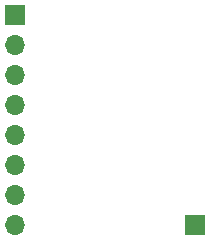
<source format=gbs>
G04 #@! TF.GenerationSoftware,KiCad,Pcbnew,(6.0.8)*
G04 #@! TF.CreationDate,2022-11-06T23:41:33+01:00*
G04 #@! TF.ProjectId,17_CAN_Controller,31375f43-414e-45f4-936f-6e74726f6c6c,rev?*
G04 #@! TF.SameCoordinates,Original*
G04 #@! TF.FileFunction,Soldermask,Bot*
G04 #@! TF.FilePolarity,Negative*
%FSLAX46Y46*%
G04 Gerber Fmt 4.6, Leading zero omitted, Abs format (unit mm)*
G04 Created by KiCad (PCBNEW (6.0.8)) date 2022-11-06 23:41:33*
%MOMM*%
%LPD*%
G01*
G04 APERTURE LIST*
%ADD10R,1.700000X1.700000*%
%ADD11O,1.700000X1.700000*%
G04 APERTURE END LIST*
D10*
X104140000Y-63500000D03*
D11*
X104140000Y-66040000D03*
X104140000Y-68580000D03*
X104140000Y-71120000D03*
X104140000Y-73660000D03*
X104140000Y-76200000D03*
X104140000Y-78740000D03*
X104140000Y-81280000D03*
D10*
X119380000Y-81280000D03*
M02*

</source>
